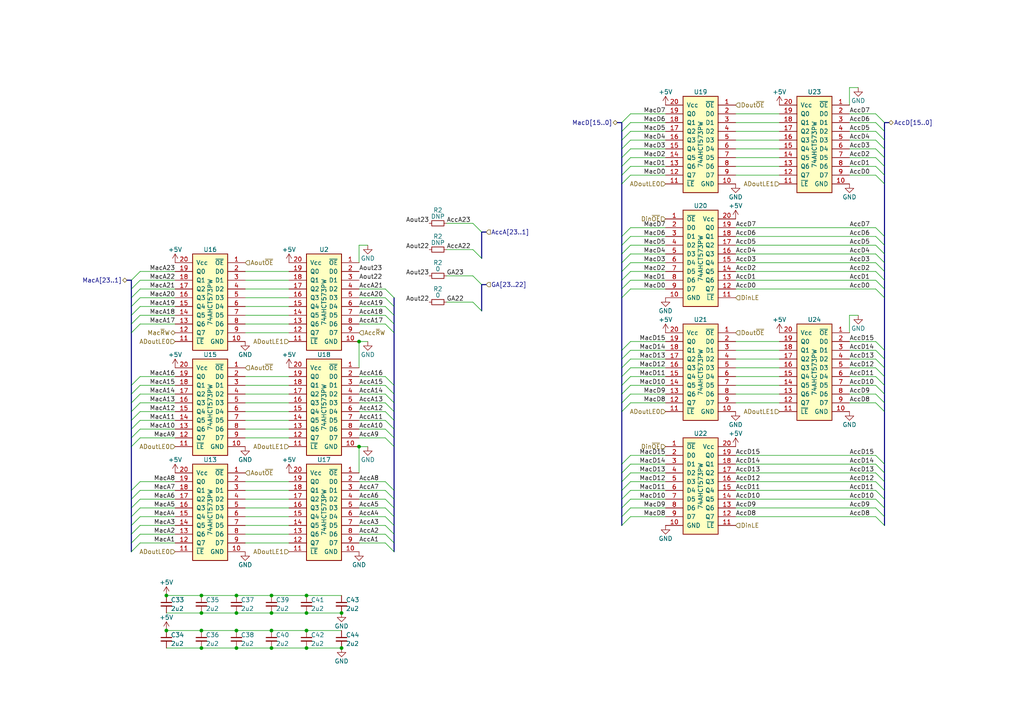
<source format=kicad_sch>
(kicad_sch (version 20230121) (generator eeschema)
  (paper "A4")
  (lib_symbols
    (symbol "Device:C_Small" (pin_numbers hide) (pin_names (offset 0.254) hide)
      (property "Reference" "C" (at 0.254 1.778 0))
      (property "Value" "C_Small" (at 0.254 -2.032 0))
      (symbol "C_Small_0_1"
        (polyline (pts (xy -1.524 -0.508) (xy 1.524 -0.508)) (stroke (width 0.3302)))
        (polyline (pts (xy -1.524 0.508) (xy 1.524 0.508)) (stroke (width 0.3048)))
      )
      (symbol "C_Small_1_1"
        (pin passive line (at 0 2.54 270) (length 2.032) (name "~") (number "1"))
        (pin passive line (at 0 -2.54 90) (length 2.032) (name "~") (number "2"))
      )
    )
    (symbol "Device:R_Small" (pin_numbers hide) (pin_names (offset 0.254) hide)
      (property "Reference" "R" (at 0.762 0.508 0))
      (property "Value" "R_Small" (at 0.762 -1.016 0))
      (symbol "R_Small_0_1"
        (rectangle (start -0.762 1.778) (end 0.762 -1.778) (stroke (width 0.2032)))
      )
      (symbol "R_Small_1_1"
        (pin passive line (at 0 2.54 270) (length 0.762) (name "~") (number "1"))
        (pin passive line (at 0 -2.54 90) (length 0.762) (name "~") (number "2"))
      )
    )
    (symbol "GW_Logic:74573" (pin_names (offset 1.016))
      (property "Reference" "U" (at 0 15.24 0))
      (property "Value" "74573" (at 0 -15.24 0))
      (symbol "74573_0_1"
        (rectangle (start -5.08 13.97) (end 5.08 -13.97) (stroke (width 0.254)) (fill (type background)))
      )
      (symbol "74573_1_1"
        (pin input line (at -10.16 11.43 0) (length 5.08) (name "~{OE}") (number "1"))
        (pin power_in line (at -10.16 -11.43 0) (length 5.08) (name "GND") (number "10"))
        (pin input line (at 10.16 -11.43 180) (length 5.08) (name "~{LE}") (number "11"))
        (pin tri_state line (at 10.16 -8.89 180) (length 5.08) (name "Q7") (number "12"))
        (pin tri_state line (at 10.16 -6.35 180) (length 5.08) (name "Q6") (number "13"))
        (pin tri_state line (at 10.16 -3.81 180) (length 5.08) (name "Q5") (number "14"))
        (pin tri_state line (at 10.16 -1.27 180) (length 5.08) (name "Q4") (number "15"))
        (pin tri_state line (at 10.16 1.27 180) (length 5.08) (name "Q3") (number "16"))
        (pin tri_state line (at 10.16 3.81 180) (length 5.08) (name "Q2") (number "17"))
        (pin tri_state line (at 10.16 6.35 180) (length 5.08) (name "Q1") (number "18"))
        (pin tri_state line (at 10.16 8.89 180) (length 5.08) (name "Q0") (number "19"))
        (pin input line (at -10.16 8.89 0) (length 5.08) (name "D0") (number "2"))
        (pin power_in line (at 10.16 11.43 180) (length 5.08) (name "Vcc") (number "20"))
        (pin input line (at -10.16 6.35 0) (length 5.08) (name "D1") (number "3"))
        (pin input line (at -10.16 3.81 0) (length 5.08) (name "D2") (number "4"))
        (pin input line (at -10.16 1.27 0) (length 5.08) (name "D3") (number "5"))
        (pin input line (at -10.16 -1.27 0) (length 5.08) (name "D4") (number "6"))
        (pin input line (at -10.16 -3.81 0) (length 5.08) (name "D5") (number "7"))
        (pin input line (at -10.16 -6.35 0) (length 5.08) (name "D6") (number "8"))
        (pin input line (at -10.16 -8.89 0) (length 5.08) (name "D7") (number "9"))
      )
    )
    (symbol "power:+5V" (power) (pin_names (offset 0))
      (property "Value" "+5V" (at 0 3.556 0))
      (symbol "+5V_0_1"
        (polyline (pts (xy -0.762 1.27) (xy 0 2.54)))
        (polyline (pts (xy 0 0) (xy 0 2.54)))
        (polyline (pts (xy 0 2.54) (xy 0.762 1.27)))
      )
      (symbol "+5V_1_1"
        (pin power_in line (at 0 0 90) (length 0) hide (name "+5V") (number "1"))
      )
    )
    (symbol "power:GND" (power) (pin_names (offset 0))
      (property "Value" "GND" (at 0 -3.81 0))
      (symbol "GND_0_1"
        (polyline (pts (xy 0 0) (xy 0 -1.27) (xy 1.27 -1.27) (xy 0 -2.54) (xy -1.27 -1.27) (xy 0 -1.27)))
      )
      (symbol "GND_1_1"
        (pin power_in line (at 0 0 270) (length 0) hide (name "GND") (number "1"))
      )
    )
  )
  (junction (at 58.42 182.88))
  (junction (at 78.74 187.96))
  (junction (at 78.74 182.88))
  (junction (at 104.14 129.54))
  (junction (at 78.74 177.8))
  (junction (at 68.58 172.72))
  (junction (at 68.58 187.96))
  (junction (at 99.06 177.8))
  (junction (at 88.9 182.88))
  (junction (at 104.14 99.06))
  (junction (at 48.26 182.88))
  (junction (at 88.9 187.96))
  (junction (at 58.42 177.8))
  (junction (at 99.06 187.96))
  (junction (at 68.58 182.88))
  (junction (at 68.58 177.8))
  (junction (at 58.42 187.96))
  (junction (at 88.9 172.72))
  (junction (at 58.42 172.72))
  (junction (at 48.26 172.72))
  (junction (at 78.74 172.72))
  (junction (at 88.9 177.8))
  (bus_entry (at 254 104.14) (size 2.54 2.54))
  (bus_entry (at 111.76 144.78) (size 2.54 2.54))
  (bus_entry (at 111.76 109.22) (size 2.54 2.54))
  (bus_entry (at 182.88 114.3) (size -2.54 2.54))
  (bus_entry (at 111.76 152.4) (size 2.54 2.54))
  (bus_entry (at 254 99.06) (size 2.54 2.54))
  (bus_entry (at 137.16 64.77) (size 2.54 2.54))
  (bus_entry (at 182.88 50.8) (size -2.54 2.54))
  (bus_entry (at 40.64 121.92) (size -2.54 2.54))
  (bus_entry (at 40.64 86.36) (size -2.54 2.54))
  (bus_entry (at 182.88 66.04) (size -2.54 2.54))
  (bus_entry (at 40.64 88.9) (size -2.54 2.54))
  (bus_entry (at 111.76 88.9) (size 2.54 2.54))
  (bus_entry (at 182.88 137.16) (size -2.54 2.54))
  (bus_entry (at 254 116.84) (size 2.54 2.54))
  (bus_entry (at 182.88 68.58) (size -2.54 2.54))
  (bus_entry (at 182.88 101.6) (size -2.54 2.54))
  (bus_entry (at 111.76 116.84) (size 2.54 2.54))
  (bus_entry (at 40.64 119.38) (size -2.54 2.54))
  (bus_entry (at 254 48.26) (size 2.54 2.54))
  (bus_entry (at 111.76 83.82) (size 2.54 2.54))
  (bus_entry (at 254 45.72) (size 2.54 2.54))
  (bus_entry (at 40.64 142.24) (size -2.54 2.54))
  (bus_entry (at 40.64 124.46) (size -2.54 2.54))
  (bus_entry (at 254 114.3) (size 2.54 2.54))
  (bus_entry (at 40.64 127) (size -2.54 2.54))
  (bus_entry (at 40.64 152.4) (size -2.54 2.54))
  (bus_entry (at 254 50.8) (size 2.54 2.54))
  (bus_entry (at 111.76 142.24) (size 2.54 2.54))
  (bus_entry (at 254 43.18) (size 2.54 2.54))
  (bus_entry (at 40.64 81.28) (size -2.54 2.54))
  (bus_entry (at 182.88 144.78) (size -2.54 2.54))
  (bus_entry (at 254 83.82) (size 2.54 2.54))
  (bus_entry (at 182.88 109.22) (size -2.54 2.54))
  (bus_entry (at 111.76 111.76) (size 2.54 2.54))
  (bus_entry (at 182.88 78.74) (size -2.54 2.54))
  (bus_entry (at 137.16 72.39) (size 2.54 2.54))
  (bus_entry (at 182.88 134.62) (size -2.54 2.54))
  (bus_entry (at 254 73.66) (size 2.54 2.54))
  (bus_entry (at 182.88 83.82) (size -2.54 2.54))
  (bus_entry (at 182.88 43.18) (size -2.54 2.54))
  (bus_entry (at 254 40.64) (size 2.54 2.54))
  (bus_entry (at 111.76 147.32) (size 2.54 2.54))
  (bus_entry (at 254 149.86) (size 2.54 2.54))
  (bus_entry (at 40.64 139.7) (size -2.54 2.54))
  (bus_entry (at 182.88 40.64) (size -2.54 2.54))
  (bus_entry (at 254 68.58) (size 2.54 2.54))
  (bus_entry (at 254 33.02) (size 2.54 2.54))
  (bus_entry (at 111.76 91.44) (size 2.54 2.54))
  (bus_entry (at 182.88 111.76) (size -2.54 2.54))
  (bus_entry (at 182.88 106.68) (size -2.54 2.54))
  (bus_entry (at 182.88 71.12) (size -2.54 2.54))
  (bus_entry (at 254 106.68) (size 2.54 2.54))
  (bus_entry (at 182.88 139.7) (size -2.54 2.54))
  (bus_entry (at 40.64 78.74) (size -2.54 2.54))
  (bus_entry (at 254 142.24) (size 2.54 2.54))
  (bus_entry (at 254 139.7) (size 2.54 2.54))
  (bus_entry (at 254 71.12) (size 2.54 2.54))
  (bus_entry (at 40.64 93.98) (size -2.54 2.54))
  (bus_entry (at 254 78.74) (size 2.54 2.54))
  (bus_entry (at 111.76 127) (size 2.54 2.54))
  (bus_entry (at 111.76 119.38) (size 2.54 2.54))
  (bus_entry (at 182.88 147.32) (size -2.54 2.54))
  (bus_entry (at 111.76 121.92) (size 2.54 2.54))
  (bus_entry (at 254 147.32) (size 2.54 2.54))
  (bus_entry (at 111.76 139.7) (size 2.54 2.54))
  (bus_entry (at 111.76 114.3) (size 2.54 2.54))
  (bus_entry (at 254 66.04) (size 2.54 2.54))
  (bus_entry (at 182.88 116.84) (size -2.54 2.54))
  (bus_entry (at 182.88 48.26) (size -2.54 2.54))
  (bus_entry (at 40.64 109.22) (size -2.54 2.54))
  (bus_entry (at 182.88 33.02) (size -2.54 2.54))
  (bus_entry (at 40.64 114.3) (size -2.54 2.54))
  (bus_entry (at 111.76 149.86) (size 2.54 2.54))
  (bus_entry (at 111.76 154.94) (size 2.54 2.54))
  (bus_entry (at 40.64 111.76) (size -2.54 2.54))
  (bus_entry (at 254 132.08) (size 2.54 2.54))
  (bus_entry (at 40.64 149.86) (size -2.54 2.54))
  (bus_entry (at 182.88 76.2) (size -2.54 2.54))
  (bus_entry (at 182.88 132.08) (size -2.54 2.54))
  (bus_entry (at 137.16 87.63) (size 2.54 2.54))
  (bus_entry (at 254 144.78) (size 2.54 2.54))
  (bus_entry (at 40.64 154.94) (size -2.54 2.54))
  (bus_entry (at 254 35.56) (size 2.54 2.54))
  (bus_entry (at 40.64 157.48) (size -2.54 2.54))
  (bus_entry (at 182.88 104.14) (size -2.54 2.54))
  (bus_entry (at 182.88 45.72) (size -2.54 2.54))
  (bus_entry (at 40.64 83.82) (size -2.54 2.54))
  (bus_entry (at 254 38.1) (size 2.54 2.54))
  (bus_entry (at 111.76 124.46) (size 2.54 2.54))
  (bus_entry (at 137.16 80.01) (size 2.54 2.54))
  (bus_entry (at 254 111.76) (size 2.54 2.54))
  (bus_entry (at 40.64 144.78) (size -2.54 2.54))
  (bus_entry (at 254 109.22) (size 2.54 2.54))
  (bus_entry (at 182.88 149.86) (size -2.54 2.54))
  (bus_entry (at 111.76 86.36) (size 2.54 2.54))
  (bus_entry (at 182.88 99.06) (size -2.54 2.54))
  (bus_entry (at 182.88 38.1) (size -2.54 2.54))
  (bus_entry (at 111.76 157.48) (size 2.54 2.54))
  (bus_entry (at 254 76.2) (size 2.54 2.54))
  (bus_entry (at 254 137.16) (size 2.54 2.54))
  (bus_entry (at 182.88 73.66) (size -2.54 2.54))
  (bus_entry (at 254 101.6) (size 2.54 2.54))
  (bus_entry (at 40.64 116.84) (size -2.54 2.54))
  (bus_entry (at 40.64 147.32) (size -2.54 2.54))
  (bus_entry (at 254 81.28) (size 2.54 2.54))
  (bus_entry (at 40.64 91.44) (size -2.54 2.54))
  (bus_entry (at 111.76 93.98) (size 2.54 2.54))
  (bus_entry (at 182.88 81.28) (size -2.54 2.54))
  (bus_entry (at 182.88 35.56) (size -2.54 2.54))
  (bus_entry (at 254 134.62) (size 2.54 2.54))
  (bus_entry (at 182.88 142.24) (size -2.54 2.54))
  (wire (pts (xy 246.38 38.1) (xy 254 38.1)))
  (wire (pts (xy 48.26 177.8) (xy 58.42 177.8)))
  (bus (pts (xy 256.54 109.22) (xy 256.54 111.76)))
  (wire (pts (xy 71.12 147.32) (xy 83.82 147.32)))
  (wire (pts (xy 182.88 71.12) (xy 193.04 71.12)))
  (wire (pts (xy 50.8 109.22) (xy 40.64 109.22)))
  (wire (pts (xy 71.12 83.82) (xy 83.82 83.82)))
  (wire (pts (xy 50.8 144.78) (xy 40.64 144.78)))
  (wire (pts (xy 88.9 182.88) (xy 99.06 182.88)))
  (wire (pts (xy 213.36 139.7) (xy 254 139.7)))
  (wire (pts (xy 50.8 78.74) (xy 40.64 78.74)))
  (bus (pts (xy 257.81 35.56) (xy 256.54 35.56)))
  (wire (pts (xy 50.8 83.82) (xy 40.64 83.82)))
  (wire (pts (xy 50.8 127) (xy 40.64 127)))
  (bus (pts (xy 256.54 50.8) (xy 256.54 53.34)))
  (bus (pts (xy 114.3 152.4) (xy 114.3 154.94)))
  (wire (pts (xy 104.14 129.54) (xy 106.68 129.54)))
  (wire (pts (xy 213.36 114.3) (xy 226.06 114.3)))
  (wire (pts (xy 213.36 104.14) (xy 226.06 104.14)))
  (wire (pts (xy 246.38 91.44) (xy 248.92 91.44)))
  (bus (pts (xy 38.1 152.4) (xy 38.1 154.94)))
  (bus (pts (xy 180.34 116.84) (xy 180.34 119.38)))
  (bus (pts (xy 180.34 43.18) (xy 180.34 45.72)))
  (wire (pts (xy 182.88 83.82) (xy 193.04 83.82)))
  (wire (pts (xy 50.8 149.86) (xy 40.64 149.86)))
  (wire (pts (xy 71.12 139.7) (xy 83.82 139.7)))
  (bus (pts (xy 256.54 86.36) (xy 256.54 101.6)))
  (wire (pts (xy 48.26 182.88) (xy 58.42 182.88)))
  (bus (pts (xy 139.7 90.17) (xy 139.7 82.55)))
  (bus (pts (xy 180.34 35.56) (xy 180.34 38.1)))
  (wire (pts (xy 71.12 109.22) (xy 83.82 109.22)))
  (bus (pts (xy 256.54 83.82) (xy 256.54 86.36)))
  (bus (pts (xy 256.54 53.34) (xy 256.54 68.58)))
  (wire (pts (xy 213.36 144.78) (xy 254 144.78)))
  (bus (pts (xy 180.34 38.1) (xy 180.34 40.64)))
  (wire (pts (xy 213.36 68.58) (xy 254 68.58)))
  (wire (pts (xy 182.88 38.1) (xy 193.04 38.1)))
  (wire (pts (xy 104.14 91.44) (xy 111.76 91.44)))
  (bus (pts (xy 38.1 119.38) (xy 38.1 121.92)))
  (wire (pts (xy 50.8 111.76) (xy 40.64 111.76)))
  (wire (pts (xy 71.12 121.92) (xy 83.82 121.92)))
  (wire (pts (xy 182.88 144.78) (xy 193.04 144.78)))
  (wire (pts (xy 50.8 91.44) (xy 40.64 91.44)))
  (wire (pts (xy 213.36 45.72) (xy 226.06 45.72)))
  (wire (pts (xy 71.12 119.38) (xy 83.82 119.38)))
  (wire (pts (xy 58.42 187.96) (xy 68.58 187.96)))
  (bus (pts (xy 38.1 83.82) (xy 38.1 86.36)))
  (bus (pts (xy 256.54 144.78) (xy 256.54 147.32)))
  (wire (pts (xy 246.38 111.76) (xy 254 111.76)))
  (bus (pts (xy 38.1 149.86) (xy 38.1 152.4)))
  (bus (pts (xy 114.3 149.86) (xy 114.3 152.4)))
  (bus (pts (xy 114.3 88.9) (xy 114.3 91.44)))
  (wire (pts (xy 48.26 172.72) (xy 58.42 172.72)))
  (wire (pts (xy 213.36 76.2) (xy 254 76.2)))
  (wire (pts (xy 71.12 152.4) (xy 83.82 152.4)))
  (wire (pts (xy 213.36 106.68) (xy 226.06 106.68)))
  (wire (pts (xy 50.8 86.36) (xy 40.64 86.36)))
  (bus (pts (xy 180.34 104.14) (xy 180.34 106.68)))
  (wire (pts (xy 104.14 147.32) (xy 111.76 147.32)))
  (wire (pts (xy 246.38 48.26) (xy 254 48.26)))
  (bus (pts (xy 179.07 35.56) (xy 180.34 35.56)))
  (bus (pts (xy 256.54 68.58) (xy 256.54 71.12)))
  (wire (pts (xy 78.74 172.72) (xy 88.9 172.72)))
  (bus (pts (xy 180.34 48.26) (xy 180.34 50.8)))
  (wire (pts (xy 129.54 80.01) (xy 137.16 80.01)))
  (wire (pts (xy 182.88 76.2) (xy 193.04 76.2)))
  (bus (pts (xy 256.54 137.16) (xy 256.54 139.7)))
  (wire (pts (xy 213.36 99.06) (xy 226.06 99.06)))
  (bus (pts (xy 114.3 96.52) (xy 114.3 111.76)))
  (wire (pts (xy 246.38 45.72) (xy 254 45.72)))
  (wire (pts (xy 104.14 152.4) (xy 111.76 152.4)))
  (bus (pts (xy 180.34 40.64) (xy 180.34 43.18)))
  (wire (pts (xy 182.88 50.8) (xy 193.04 50.8)))
  (wire (pts (xy 182.88 134.62) (xy 193.04 134.62)))
  (wire (pts (xy 129.54 72.39) (xy 137.16 72.39)))
  (wire (pts (xy 213.36 66.04) (xy 254 66.04)))
  (bus (pts (xy 180.34 144.78) (xy 180.34 147.32)))
  (wire (pts (xy 104.14 83.82) (xy 111.76 83.82)))
  (wire (pts (xy 71.12 78.74) (xy 83.82 78.74)))
  (bus (pts (xy 38.1 142.24) (xy 38.1 144.78)))
  (bus (pts (xy 180.34 76.2) (xy 180.34 78.74)))
  (wire (pts (xy 71.12 144.78) (xy 83.82 144.78)))
  (wire (pts (xy 50.8 139.7) (xy 40.64 139.7)))
  (wire (pts (xy 50.8 93.98) (xy 40.64 93.98)))
  (wire (pts (xy 213.36 43.18) (xy 226.06 43.18)))
  (bus (pts (xy 38.1 147.32) (xy 38.1 149.86)))
  (wire (pts (xy 213.36 38.1) (xy 226.06 38.1)))
  (wire (pts (xy 182.88 111.76) (xy 193.04 111.76)))
  (wire (pts (xy 213.36 81.28) (xy 254 81.28)))
  (bus (pts (xy 256.54 45.72) (xy 256.54 48.26)))
  (wire (pts (xy 71.12 93.98) (xy 83.82 93.98)))
  (wire (pts (xy 182.88 137.16) (xy 193.04 137.16)))
  (wire (pts (xy 50.8 114.3) (xy 40.64 114.3)))
  (bus (pts (xy 114.3 127) (xy 114.3 129.54)))
  (wire (pts (xy 104.14 93.98) (xy 111.76 93.98)))
  (bus (pts (xy 256.54 76.2) (xy 256.54 78.74)))
  (wire (pts (xy 213.36 48.26) (xy 226.06 48.26)))
  (bus (pts (xy 256.54 134.62) (xy 256.54 137.16)))
  (wire (pts (xy 104.14 86.36) (xy 111.76 86.36)))
  (bus (pts (xy 139.7 67.31) (xy 140.97 67.31)))
  (wire (pts (xy 104.14 116.84) (xy 111.76 116.84)))
  (bus (pts (xy 114.3 114.3) (xy 114.3 116.84)))
  (wire (pts (xy 213.36 78.74) (xy 254 78.74)))
  (wire (pts (xy 58.42 172.72) (xy 68.58 172.72)))
  (bus (pts (xy 114.3 142.24) (xy 114.3 144.78)))
  (wire (pts (xy 246.38 25.4) (xy 248.92 25.4)))
  (bus (pts (xy 180.34 114.3) (xy 180.34 116.84)))
  (wire (pts (xy 182.88 43.18) (xy 193.04 43.18)))
  (wire (pts (xy 246.38 99.06) (xy 254 99.06)))
  (bus (pts (xy 38.1 157.48) (xy 38.1 160.02)))
  (wire (pts (xy 104.14 157.48) (xy 111.76 157.48)))
  (wire (pts (xy 129.54 87.63) (xy 137.16 87.63)))
  (bus (pts (xy 114.3 121.92) (xy 114.3 124.46)))
  (bus (pts (xy 180.34 137.16) (xy 180.34 139.7)))
  (bus (pts (xy 139.7 74.93) (xy 139.7 67.31)))
  (bus (pts (xy 38.1 144.78) (xy 38.1 147.32)))
  (bus (pts (xy 38.1 154.94) (xy 38.1 157.48)))
  (wire (pts (xy 50.8 88.9) (xy 40.64 88.9)))
  (wire (pts (xy 104.14 129.54) (xy 104.14 137.16)))
  (wire (pts (xy 213.36 109.22) (xy 226.06 109.22)))
  (wire (pts (xy 246.38 109.22) (xy 254 109.22)))
  (bus (pts (xy 256.54 78.74) (xy 256.54 81.28)))
  (bus (pts (xy 180.34 139.7) (xy 180.34 142.24)))
  (bus (pts (xy 38.1 93.98) (xy 38.1 96.52)))
  (wire (pts (xy 58.42 182.88) (xy 68.58 182.88)))
  (bus (pts (xy 38.1 111.76) (xy 38.1 114.3)))
  (bus (pts (xy 180.34 106.68) (xy 180.34 109.22)))
  (wire (pts (xy 104.14 139.7) (xy 111.76 139.7)))
  (wire (pts (xy 88.9 177.8) (xy 99.06 177.8)))
  (bus (pts (xy 180.34 68.58) (xy 180.34 71.12)))
  (wire (pts (xy 213.36 142.24) (xy 254 142.24)))
  (wire (pts (xy 50.8 157.48) (xy 40.64 157.48)))
  (bus (pts (xy 256.54 119.38) (xy 256.54 134.62)))
  (bus (pts (xy 38.1 96.52) (xy 38.1 111.76)))
  (bus (pts (xy 114.3 147.32) (xy 114.3 149.86)))
  (wire (pts (xy 68.58 187.96) (xy 78.74 187.96)))
  (bus (pts (xy 256.54 139.7) (xy 256.54 142.24)))
  (bus (pts (xy 139.7 82.55) (xy 140.97 82.55)))
  (wire (pts (xy 71.12 142.24) (xy 83.82 142.24)))
  (wire (pts (xy 246.38 106.68) (xy 254 106.68)))
  (wire (pts (xy 104.14 119.38) (xy 111.76 119.38)))
  (bus (pts (xy 38.1 124.46) (xy 38.1 127)))
  (wire (pts (xy 71.12 114.3) (xy 83.82 114.3)))
  (wire (pts (xy 182.88 106.68) (xy 193.04 106.68)))
  (wire (pts (xy 246.38 33.02) (xy 254 33.02)))
  (wire (pts (xy 71.12 91.44) (xy 83.82 91.44)))
  (wire (pts (xy 50.8 142.24) (xy 40.64 142.24)))
  (bus (pts (xy 38.1 116.84) (xy 38.1 119.38)))
  (bus (pts (xy 256.54 35.56) (xy 256.54 38.1)))
  (bus (pts (xy 256.54 71.12) (xy 256.54 73.66)))
  (wire (pts (xy 50.8 121.92) (xy 40.64 121.92)))
  (bus (pts (xy 38.1 86.36) (xy 38.1 88.9)))
  (bus (pts (xy 114.3 86.36) (xy 114.3 88.9)))
  (bus (pts (xy 180.34 111.76) (xy 180.34 114.3)))
  (wire (pts (xy 182.88 142.24) (xy 193.04 142.24)))
  (wire (pts (xy 104.14 121.92) (xy 111.76 121.92)))
  (wire (pts (xy 104.14 149.86) (xy 111.76 149.86)))
  (wire (pts (xy 71.12 111.76) (xy 83.82 111.76)))
  (bus (pts (xy 256.54 106.68) (xy 256.54 109.22)))
  (wire (pts (xy 182.88 33.02) (xy 193.04 33.02)))
  (bus (pts (xy 114.3 119.38) (xy 114.3 121.92)))
  (bus (pts (xy 38.1 114.3) (xy 38.1 116.84)))
  (wire (pts (xy 213.36 50.8) (xy 226.06 50.8)))
  (bus (pts (xy 180.34 81.28) (xy 180.34 83.82)))
  (bus (pts (xy 256.54 73.66) (xy 256.54 76.2)))
  (wire (pts (xy 106.68 71.12) (xy 104.14 71.12)))
  (wire (pts (xy 182.88 114.3) (xy 193.04 114.3)))
  (wire (pts (xy 182.88 139.7) (xy 193.04 139.7)))
  (wire (pts (xy 71.12 81.28) (xy 83.82 81.28)))
  (wire (pts (xy 78.74 187.96) (xy 88.9 187.96)))
  (wire (pts (xy 213.36 33.02) (xy 226.06 33.02)))
  (wire (pts (xy 71.12 157.48) (xy 83.82 157.48)))
  (bus (pts (xy 180.34 119.38) (xy 180.34 134.62)))
  (bus (pts (xy 180.34 109.22) (xy 180.34 111.76)))
  (wire (pts (xy 182.88 48.26) (xy 193.04 48.26)))
  (bus (pts (xy 36.83 81.28) (xy 38.1 81.28)))
  (bus (pts (xy 256.54 114.3) (xy 256.54 116.84)))
  (wire (pts (xy 50.8 147.32) (xy 40.64 147.32)))
  (wire (pts (xy 71.12 86.36) (xy 83.82 86.36)))
  (wire (pts (xy 213.36 147.32) (xy 254 147.32)))
  (wire (pts (xy 213.36 116.84) (xy 226.06 116.84)))
  (wire (pts (xy 104.14 76.2) (xy 104.14 71.12)))
  (wire (pts (xy 50.8 116.84) (xy 40.64 116.84)))
  (bus (pts (xy 114.3 116.84) (xy 114.3 119.38)))
  (wire (pts (xy 182.88 68.58) (xy 193.04 68.58)))
  (wire (pts (xy 78.74 182.88) (xy 88.9 182.88)))
  (wire (pts (xy 213.36 132.08) (xy 254 132.08)))
  (wire (pts (xy 104.14 124.46) (xy 111.76 124.46)))
  (bus (pts (xy 180.34 142.24) (xy 180.34 144.78)))
  (wire (pts (xy 104.14 144.78) (xy 111.76 144.78)))
  (wire (pts (xy 104.14 142.24) (xy 111.76 142.24)))
  (wire (pts (xy 104.14 154.94) (xy 111.76 154.94)))
  (wire (pts (xy 246.38 50.8) (xy 254 50.8)))
  (bus (pts (xy 114.3 144.78) (xy 114.3 147.32)))
  (wire (pts (xy 213.36 137.16) (xy 254 137.16)))
  (bus (pts (xy 38.1 129.54) (xy 38.1 142.24)))
  (bus (pts (xy 114.3 111.76) (xy 114.3 114.3)))
  (wire (pts (xy 88.9 187.96) (xy 99.06 187.96)))
  (wire (pts (xy 104.14 106.68) (xy 104.14 99.06)))
  (wire (pts (xy 246.38 40.64) (xy 254 40.64)))
  (wire (pts (xy 182.88 109.22) (xy 193.04 109.22)))
  (wire (pts (xy 78.74 177.8) (xy 88.9 177.8)))
  (wire (pts (xy 213.36 35.56) (xy 226.06 35.56)))
  (wire (pts (xy 104.14 88.9) (xy 111.76 88.9)))
  (bus (pts (xy 180.34 149.86) (xy 180.34 152.4)))
  (wire (pts (xy 246.38 35.56) (xy 254 35.56)))
  (wire (pts (xy 50.8 119.38) (xy 40.64 119.38)))
  (wire (pts (xy 129.54 64.77) (xy 137.16 64.77)))
  (wire (pts (xy 182.88 99.06) (xy 193.04 99.06)))
  (wire (pts (xy 106.68 99.06) (xy 104.14 99.06)))
  (wire (pts (xy 71.12 149.86) (xy 83.82 149.86)))
  (bus (pts (xy 180.34 134.62) (xy 180.34 137.16)))
  (wire (pts (xy 71.12 96.52) (xy 83.82 96.52)))
  (wire (pts (xy 71.12 88.9) (xy 83.82 88.9)))
  (bus (pts (xy 38.1 81.28) (xy 38.1 83.82)))
  (wire (pts (xy 182.88 81.28) (xy 193.04 81.28)))
  (wire (pts (xy 246.38 116.84) (xy 254 116.84)))
  (bus (pts (xy 38.1 121.92) (xy 38.1 124.46)))
  (bus (pts (xy 180.34 73.66) (xy 180.34 76.2)))
  (bus (pts (xy 256.54 38.1) (xy 256.54 40.64)))
  (bus (pts (xy 256.54 111.76) (xy 256.54 114.3)))
  (bus (pts (xy 180.34 86.36) (xy 180.34 101.6)))
  (bus (pts (xy 180.34 53.34) (xy 180.34 68.58)))
  (wire (pts (xy 213.36 134.62) (xy 254 134.62)))
  (wire (pts (xy 182.88 35.56) (xy 193.04 35.56)))
  (bus (pts (xy 38.1 127) (xy 38.1 129.54)))
  (wire (pts (xy 182.88 147.32) (xy 193.04 147.32)))
  (wire (pts (xy 71.12 154.94) (xy 83.82 154.94)))
  (wire (pts (xy 50.8 154.94) (xy 40.64 154.94)))
  (bus (pts (xy 180.34 101.6) (xy 180.34 104.14)))
  (wire (pts (xy 182.88 149.86) (xy 193.04 149.86)))
  (bus (pts (xy 256.54 43.18) (xy 256.54 45.72)))
  (bus (pts (xy 180.34 45.72) (xy 180.34 48.26)))
  (bus (pts (xy 256.54 48.26) (xy 256.54 50.8)))
  (bus (pts (xy 256.54 104.14) (xy 256.54 106.68)))
  (wire (pts (xy 213.36 83.82) (xy 254 83.82)))
  (bus (pts (xy 256.54 40.64) (xy 256.54 43.18)))
  (wire (pts (xy 182.88 40.64) (xy 193.04 40.64)))
  (wire (pts (xy 213.36 101.6) (xy 226.06 101.6)))
  (wire (pts (xy 50.8 152.4) (xy 40.64 152.4)))
  (bus (pts (xy 256.54 149.86) (xy 256.54 152.4)))
  (bus (pts (xy 114.3 154.94) (xy 114.3 157.48)))
  (bus (pts (xy 180.34 50.8) (xy 180.34 53.34)))
  (wire (pts (xy 48.26 187.96) (xy 58.42 187.96)))
  (bus (pts (xy 114.3 129.54) (xy 114.3 142.24)))
  (wire (pts (xy 50.8 124.46) (xy 40.64 124.46)))
  (wire (pts (xy 213.36 111.76) (xy 226.06 111.76)))
  (bus (pts (xy 180.34 147.32) (xy 180.34 149.86)))
  (wire (pts (xy 68.58 182.88) (xy 78.74 182.88)))
  (wire (pts (xy 246.38 104.14) (xy 254 104.14)))
  (wire (pts (xy 182.88 104.14) (xy 193.04 104.14)))
  (wire (pts (xy 50.8 81.28) (xy 40.64 81.28)))
  (bus (pts (xy 180.34 83.82) (xy 180.34 86.36)))
  (wire (pts (xy 104.14 109.22) (xy 111.76 109.22)))
  (wire (pts (xy 182.88 78.74) (xy 193.04 78.74)))
  (wire (pts (xy 104.14 111.76) (xy 111.76 111.76)))
  (bus (pts (xy 256.54 81.28) (xy 256.54 83.82)))
  (bus (pts (xy 256.54 116.84) (xy 256.54 119.38)))
  (bus (pts (xy 114.3 124.46) (xy 114.3 127)))
  (wire (pts (xy 71.12 127) (xy 83.82 127)))
  (wire (pts (xy 182.88 45.72) (xy 193.04 45.72)))
  (wire (pts (xy 246.38 91.44) (xy 246.38 96.52)))
  (bus (pts (xy 180.34 78.74) (xy 180.34 81.28)))
  (wire (pts (xy 182.88 132.08) (xy 193.04 132.08)))
  (bus (pts (xy 256.54 101.6) (xy 256.54 104.14)))
  (wire (pts (xy 246.38 43.18) (xy 254 43.18)))
  (bus (pts (xy 256.54 142.24) (xy 256.54 144.78)))
  (bus (pts (xy 256.54 147.32) (xy 256.54 149.86)))
  (wire (pts (xy 71.12 116.84) (xy 83.82 116.84)))
  (wire (pts (xy 182.88 73.66) (xy 193.04 73.66)))
  (wire (pts (xy 58.42 177.8) (xy 68.58 177.8)))
  (bus (pts (xy 180.34 71.12) (xy 180.34 73.66)))
  (wire (pts (xy 71.12 124.46) (xy 83.82 124.46)))
  (wire (pts (xy 68.58 177.8) (xy 78.74 177.8)))
  (wire (pts (xy 213.36 71.12) (xy 254 71.12)))
  (wire (pts (xy 182.88 66.04) (xy 193.04 66.04)))
  (wire (pts (xy 88.9 172.72) (xy 99.06 172.72)))
  (bus (pts (xy 38.1 91.44) (xy 38.1 93.98)))
  (wire (pts (xy 246.38 25.4) (xy 246.38 30.48)))
  (bus (pts (xy 114.3 91.44) (xy 114.3 93.98)))
  (wire (pts (xy 213.36 73.66) (xy 254 73.66)))
  (wire (pts (xy 246.38 101.6) (xy 254 101.6)))
  (bus (pts (xy 114.3 93.98) (xy 114.3 96.52)))
  (wire (pts (xy 213.36 149.86) (xy 254 149.86)))
  (bus (pts (xy 114.3 157.48) (xy 114.3 160.02)))
  (wire (pts (xy 104.14 114.3) (xy 111.76 114.3)))
  (wire (pts (xy 182.88 116.84) (xy 193.04 116.84)))
  (wire (pts (xy 182.88 101.6) (xy 193.04 101.6)))
  (wire (pts (xy 213.36 40.64) (xy 226.06 40.64)))
  (wire (pts (xy 104.14 127) (xy 111.76 127)))
  (bus (pts (xy 38.1 88.9) (xy 38.1 91.44)))
  (wire (pts (xy 246.38 114.3) (xy 254 114.3)))
  (wire (pts (xy 68.58 172.72) (xy 78.74 172.72)))
  (label "AccA18" (at 104.14 91.44 0))
  (label "MacA18" (at 50.8 91.44 180))
  (label "MacD3" (at 193.04 76.2 180))
  (label "AccD13" (at 246.38 137.16 0))
  (label "AccD15" (at 213.36 132.08 0))
  (label "MacD14" (at 193.04 101.6 180))
  (label "AccA10" (at 104.14 124.46 0))
  (label "MacA13" (at 50.8 116.84 180))
  (label "MacA5" (at 50.8 147.32 180))
  (label "MacA21" (at 50.8 83.82 180))
  (label "AccD8" (at 246.38 149.86 0))
  (label "AccA14" (at 104.14 114.3 0))
  (label "AccD11" (at 246.38 142.24 0))
  (label "MacA1" (at 50.8 157.48 180))
  (label "AccD13" (at 213.36 137.16 0))
  (label "MacA17" (at 50.8 93.98 180))
  (label "MacA2" (at 50.8 154.94 180))
  (label "MacA12" (at 50.8 119.38 180))
  (label "MacD14" (at 193.04 134.62 180))
  (label "AccD13" (at 246.38 104.14 0))
  (label "AccD14" (at 246.38 134.62 0))
  (label "AccD4" (at 246.38 73.66 0))
  (label "AccD5" (at 246.38 71.12 0))
  (label "AccD10" (at 246.38 144.78 0))
  (label "AccD0" (at 213.36 83.82 0))
  (label "AccD7" (at 246.38 33.02 0))
  (label "AccD12" (at 246.38 139.7 0))
  (label "AccA4" (at 104.14 149.86 0))
  (label "MacD2" (at 193.04 78.74 180))
  (label "AccD0" (at 246.38 50.8 0))
  (label "MacA23" (at 50.8 78.74 180))
  (label "AccA16" (at 104.14 109.22 0))
  (label "MacD4" (at 193.04 40.64 180))
  (label "AccD9" (at 213.36 147.32 0))
  (label "MacA14" (at 50.8 114.3 180))
  (label "MacA16" (at 50.8 109.22 180))
  (label "AccD11" (at 246.38 109.22 0))
  (label "AccD6" (at 246.38 68.58 0))
  (label "MacD0" (at 193.04 83.82 180))
  (label "MacD15" (at 193.04 132.08 180))
  (label "MacA10" (at 50.8 124.46 180))
  (label "GA22" (at 129.54 87.63 0))
  (label "AccD1" (at 213.36 81.28 0))
  (label "MacD13" (at 193.04 104.14 180))
  (label "AccA8" (at 104.14 139.7 0))
  (label "AccA15" (at 104.14 111.76 0))
  (label "AccD9" (at 246.38 147.32 0))
  (label "MacD12" (at 193.04 106.68 180))
  (label "MacA11" (at 50.8 121.92 180))
  (label "AccA17" (at 104.14 93.98 0))
  (label "Aout23" (at 104.14 78.74 0))
  (label "AccD2" (at 246.38 78.74 0))
  (label "MacA15" (at 50.8 111.76 180))
  (label "AccA20" (at 104.14 86.36 0))
  (label "MacD5" (at 193.04 71.12 180))
  (label "MacD10" (at 193.04 111.76 180))
  (label "AccA23" (at 129.54 64.77 0))
  (label "MacD6" (at 193.04 35.56 180))
  (label "AccA19" (at 104.14 88.9 0))
  (label "AccA11" (at 104.14 121.92 0))
  (label "AccD8" (at 246.38 116.84 0))
  (label "MacD1" (at 193.04 48.26 180))
  (label "MacA3" (at 50.8 152.4 180))
  (label "MacD9" (at 193.04 114.3 180))
  (label "AccD7" (at 246.38 66.04 0))
  (label "AccD8" (at 213.36 149.86 0))
  (label "MacA22" (at 50.8 81.28 180))
  (label "MacD0" (at 193.04 50.8 180))
  (label "AccD7" (at 213.36 66.04 0))
  (label "AccD2" (at 213.36 78.74 0))
  (label "AccD3" (at 213.36 76.2 0))
  (label "MacD12" (at 193.04 139.7 180))
  (label "MacD11" (at 193.04 142.24 180))
  (label "AccD1" (at 246.38 81.28 0))
  (label "AccA5" (at 104.14 147.32 0))
  (label "AccD6" (at 213.36 68.58 0))
  (label "AccD4" (at 246.38 40.64 0))
  (label "MacD10" (at 193.04 144.78 180))
  (label "AccD3" (at 246.38 43.18 0))
  (label "AccD1" (at 246.38 48.26 0))
  (label "AccD5" (at 213.36 71.12 0))
  (label "AccD15" (at 246.38 99.06 0))
  (label "AccD2" (at 246.38 45.72 0))
  (label "AccD11" (at 213.36 142.24 0))
  (label "MacD8" (at 193.04 116.84 180))
  (label "AccD15" (at 246.38 132.08 0))
  (label "MacD7" (at 193.04 33.02 180))
  (label "Aout23" (at 124.46 80.01 180))
  (label "MacD5" (at 193.04 38.1 180))
  (label "AccA9" (at 104.14 127 0))
  (label "AccD4" (at 213.36 73.66 0))
  (label "AccD9" (at 246.38 114.3 0))
  (label "MacD13" (at 193.04 137.16 180))
  (label "AccA1" (at 104.14 157.48 0))
  (label "MacD4" (at 193.04 73.66 180))
  (label "AccA7" (at 104.14 142.24 0))
  (label "AccA2" (at 104.14 154.94 0))
  (label "AccA21" (at 104.14 83.82 0))
  (label "MacA4" (at 50.8 149.86 180))
  (label "AccD10" (at 213.36 144.78 0))
  (label "MacD2" (at 193.04 45.72 180))
  (label "MacD11" (at 193.04 109.22 180))
  (label "MacD9" (at 193.04 147.32 180))
  (label "AccD12" (at 213.36 139.7 0))
  (label "MacD8" (at 193.04 149.86 180))
  (label "Aout22" (at 104.14 81.28 0))
  (label "GA23" (at 129.54 80.01 0))
  (label "AccD3" (at 246.38 76.2 0))
  (label "AccD10" (at 246.38 111.76 0))
  (label "MacD3" (at 193.04 43.18 180))
  (label "MacA19" (at 50.8 88.9 180))
  (label "AccA12" (at 104.14 119.38 0))
  (label "AccD14" (at 213.36 134.62 0))
  (label "AccD6" (at 246.38 35.56 0))
  (label "MacA6" (at 50.8 144.78 180))
  (label "MacA8" (at 50.8 139.7 180))
  (label "MacD1" (at 193.04 81.28 180))
  (label "MacA9" (at 50.8 127 180))
  (label "AccA22" (at 129.54 72.39 0))
  (label "MacD6" (at 193.04 68.58 180))
  (label "MacA20" (at 50.8 86.36 180))
  (label "Aout23" (at 124.46 64.77 180))
  (label "MacA7" (at 50.8 142.24 180))
  (label "AccD14" (at 246.38 101.6 0))
  (label "AccD12" (at 246.38 106.68 0))
  (label "AccD5" (at 246.38 38.1 0))
  (label "MacD7" (at 193.04 66.04 180))
  (label "AccA6" (at 104.14 144.78 0))
  (label "AccD0" (at 246.38 83.82 0))
  (label "Aout22" (at 124.46 87.63 180))
  (label "AccA3" (at 104.14 152.4 0))
  (label "Aout22" (at 124.46 72.39 180))
  (label "MacD15" (at 193.04 99.06 180))
  (label "AccA13" (at 104.14 116.84 0))
  (hierarchical_label "ADoutLE0" (shape input) (at 50.8 160.02 180))
  (hierarchical_label "ADoutLE1" (shape input) (at 83.82 160.02 180))
  (hierarchical_label "ADoutLE0" (shape input) (at 50.8 129.54 180))
  (hierarchical_label "AccA[23..1]" (shape input) (at 140.97 67.31 0))
  (hierarchical_label "ADoutLE0" (shape input) (at 193.04 119.38 180))
  (hierarchical_label "Mac~{R}W" (shape tri_state) (at 50.8 96.52 180))
  (hierarchical_label "ADoutLE1" (shape input) (at 83.82 99.06 180))
  (hierarchical_label "GA[23..22]" (shape input) (at 140.97 82.55 0))
  (hierarchical_label "Dout~{OE}" (shape input) (at 213.36 30.48 0))
  (hierarchical_label "ADoutLE1" (shape input) (at 226.06 119.38 180))
  (hierarchical_label "Din~{OE}" (shape input) (at 193.04 63.5 180))
  (hierarchical_label "DinLE" (shape input) (at 213.36 152.4 0))
  (hierarchical_label "Aout~{OE}" (shape input) (at 71.12 76.2 0))
  (hierarchical_label "Acc~{R}W" (shape input) (at 104.14 96.52 0))
  (hierarchical_label "ADoutLE0" (shape input) (at 50.8 99.06 180))
  (hierarchical_label "Aout~{OE}" (shape input) (at 71.12 106.68 0))
  (hierarchical_label "Aout~{OE}" (shape input) (at 71.12 137.16 0))
  (hierarchical_label "MacD[15..0]" (shape bidirectional) (at 179.07 35.56 180))
  (hierarchical_label "Din~{OE}" (shape input) (at 193.04 129.54 180))
  (hierarchical_label "MacA[23..1]" (shape tri_state) (at 36.83 81.28 180))
  (hierarchical_label "Dout~{OE}" (shape input) (at 213.36 96.52 0))
  (hierarchical_label "ADoutLE0" (shape input) (at 193.04 53.34 180))
  (hierarchical_label "DinLE" (shape input) (at 213.36 86.36 0))
  (hierarchical_label "ADoutLE1" (shape input) (at 83.82 129.54 180))
  (hierarchical_label "ADoutLE1" (shape input) (at 226.06 53.34 180))
  (hierarchical_label "AccD[15..0]" (shape bidirectional) (at 257.81 35.56 0))
  (symbol (lib_id "GW_Logic:74573") (at 60.96 148.59 0) (mirror y) (unit 1)
    (property "Reference" "U13" (at 60.96 133.35 0))
    (property "Value" "74AHCT573PW" (at 60.96 148.59 90))
    (property "Footprint" "stdpads:TSSOP-20_4.4x6.5mm_P0.65mm" (effects hide))
    (property "LCSC Part" "C141311" (effects hide))
  )
  (symbol (lib_id "GW_Logic:74573") (at 60.96 118.11 0) (mirror y) (unit 1)
    (property "Reference" "U15" (at 60.96 102.87 0))
    (property "Value" "74AHCT573PW" (at 60.96 118.11 90))
    (property "Footprint" "stdpads:TSSOP-20_4.4x6.5mm_P0.65mm" (effects hide))
    (property "LCSC Part" "C141311" (effects hide))
  )
  (symbol (lib_id "power:GND") (at 71.12 160.02 0) (unit 1)
    (property "Reference" "#PWR0166" (effects hide))
    (property "Value" "GND" (at 71.12 163.83 0))
  )
  (symbol (lib_id "power:GND") (at 71.12 129.54 0) (unit 1)
    (property "Reference" "#PWR0167" (effects hide))
    (property "Value" "GND" (at 71.12 133.35 0))
  )
  (symbol (lib_id "GW_Logic:74573") (at 203.2 41.91 0) (mirror y) (unit 1)
    (property "Reference" "U19" (at 203.2 26.67 0))
    (property "Value" "74AHCT573PW" (at 203.2 41.91 90))
    (property "Footprint" "stdpads:TSSOP-20_4.4x6.5mm_P0.65mm" (effects hide))
    (property "LCSC Part" "C141311" (effects hide))
  )
  (symbol (lib_id "GW_Logic:74573") (at 203.2 74.93 0) (unit 1)
    (property "Reference" "U20" (at 203.2 59.69 0))
    (property "Value" "74AHCT573PW" (at 203.2 74.93 90))
    (property "Footprint" "stdpads:TSSOP-20_4.4x6.5mm_P0.65mm" (effects hide))
    (property "LCSC Part" "C141311" (effects hide))
  )
  (symbol (lib_id "power:GND") (at 193.04 86.36 0) (mirror y) (unit 1)
    (property "Reference" "#PWR0169" (effects hide))
    (property "Value" "GND" (at 193.04 90.17 0))
  )
  (symbol (lib_id "power:GND") (at 213.36 53.34 0) (unit 1)
    (property "Reference" "#PWR0168" (effects hide))
    (property "Value" "GND" (at 213.36 57.15 0))
  )
  (symbol (lib_id "GW_Logic:74573") (at 203.2 107.95 0) (mirror y) (unit 1)
    (property "Reference" "U21" (at 203.2 92.71 0))
    (property "Value" "74AHCT573PW" (at 203.2 107.95 90))
    (property "Footprint" "stdpads:TSSOP-20_4.4x6.5mm_P0.65mm" (effects hide))
    (property "LCSC Part" "C141311" (effects hide))
  )
  (symbol (lib_id "power:GND") (at 213.36 119.38 0) (unit 1)
    (property "Reference" "#PWR0181" (effects hide))
    (property "Value" "GND" (at 213.36 123.19 0))
  )
  (symbol (lib_id "GW_Logic:74573") (at 203.2 140.97 0) (unit 1)
    (property "Reference" "U22" (at 203.2 125.73 0))
    (property "Value" "74AHCT573PW" (at 203.2 140.97 90))
    (property "Footprint" "stdpads:TSSOP-20_4.4x6.5mm_P0.65mm" (effects hide))
    (property "LCSC Part" "C141311" (effects hide))
  )
  (symbol (lib_id "power:GND") (at 193.04 152.4 0) (mirror y) (unit 1)
    (property "Reference" "#PWR0170" (effects hide))
    (property "Value" "GND" (at 193.04 156.21 0))
  )
  (symbol (lib_id "GW_Logic:74573") (at 60.96 87.63 0) (mirror y) (unit 1)
    (property "Reference" "U16" (at 60.96 72.39 0))
    (property "Value" "74AHCT573PW" (at 60.96 87.63 90))
    (property "Footprint" "stdpads:TSSOP-20_4.4x6.5mm_P0.65mm" (effects hide))
    (property "LCSC Part" "C141311" (effects hide))
  )
  (symbol (lib_id "power:GND") (at 71.12 99.06 0) (unit 1)
    (property "Reference" "#PWR0171" (effects hide))
    (property "Value" "GND" (at 71.12 102.87 0))
  )
  (symbol (lib_id "GW_Logic:74573") (at 93.98 87.63 0) (mirror y) (unit 1)
    (property "Reference" "U2" (at 93.98 72.39 0))
    (property "Value" "74AHCT573PW" (at 93.98 87.63 90))
    (property "Footprint" "stdpads:TSSOP-20_4.4x6.5mm_P0.65mm" (effects hide))
    (property "LCSC Part" "C141311" (effects hide))
  )
  (symbol (lib_id "power:GND") (at 106.68 99.06 0) (unit 1)
    (property "Reference" "#PWR0106" (effects hide))
    (property "Value" "GND" (at 106.68 102.87 0))
  )
  (symbol (lib_id "power:+5V") (at 83.82 76.2 0) (unit 1)
    (property "Reference" "#PWR0107" (effects hide))
    (property "Value" "+5V" (at 83.82 72.39 0))
  )
  (symbol (lib_id "Device:C_Small") (at 58.42 185.42 0) (unit 1)
    (property "Reference" "C36" (at 59.69 184.15 0) (effects (justify left)))
    (property "Value" "2u2" (at 59.69 186.69 0) (effects (justify left)))
    (property "Footprint" "stdpads:C_0603" (effects hide))
    (property "LCSC Part" "C23630" (effects hide))
  )
  (symbol (lib_id "Device:C_Small") (at 68.58 185.42 0) (unit 1)
    (property "Reference" "C38" (at 69.85 184.15 0) (effects (justify left)))
    (property "Value" "2u2" (at 69.85 186.69 0) (effects (justify left)))
    (property "Footprint" "stdpads:C_0603" (effects hide))
    (property "LCSC Part" "C23630" (effects hide))
  )
  (symbol (lib_id "Device:C_Small") (at 78.74 185.42 0) (unit 1)
    (property "Reference" "C40" (at 80.01 184.15 0) (effects (justify left)))
    (property "Value" "2u2" (at 80.01 186.69 0) (effects (justify left)))
    (property "Footprint" "stdpads:C_0603" (effects hide))
    (property "LCSC Part" "C23630" (effects hide))
  )
  (symbol (lib_id "Device:C_Small") (at 48.26 185.42 0) (unit 1)
    (property "Reference" "C34" (at 49.53 184.15 0) (effects (justify left)))
    (property "Value" "2u2" (at 49.53 186.69 0) (effects (justify left)))
    (property "Footprint" "stdpads:C_0603" (effects hide))
    (property "LCSC Part" "C23630" (effects hide))
  )
  (symbol (lib_id "Device:C_Small") (at 99.06 185.42 0) (unit 1)
    (property "Reference" "C44" (at 100.33 184.15 0) (effects (justify left)))
    (property "Value" "2u2" (at 100.33 186.69 0) (effects (justify left)))
    (property "Footprint" "stdpads:C_0603" (effects hide))
    (property "LCSC Part" "C23630" (effects hide))
  )
  (symbol (lib_id "Device:C_Small") (at 88.9 185.42 0) (unit 1)
    (property "Reference" "C42" (at 90.17 184.15 0) (effects (justify left)))
    (property "Value" "2u2" (at 90.17 186.69 0) (effects (justify left)))
    (property "Footprint" "stdpads:C_0603" (effects hide))
    (property "LCSC Part" "C23630" (effects hide))
  )
  (symbol (lib_id "power:GND") (at 99.06 187.96 0) (mirror y) (unit 1)
    (property "Reference" "#PWR0173" (effects hide))
    (property "Value" "GND" (at 99.06 191.77 0))
  )
  (symbol (lib_id "power:+5V") (at 50.8 137.16 0) (unit 1)
    (property "Reference" "#PWR0174" (effects hide))
    (property "Value" "+5V" (at 50.8 133.35 0))
  )
  (symbol (lib_id "power:+5V") (at 50.8 106.68 0) (unit 1)
    (property "Reference" "#PWR0175" (effects hide))
    (property "Value" "+5V" (at 50.8 102.87 0))
  )
  (symbol (lib_id "power:+5V") (at 50.8 76.2 0) (unit 1)
    (property "Reference" "#PWR0176" (effects hide))
    (property "Value" "+5V" (at 50.8 72.39 0))
  )
  (symbol (lib_id "power:+5V") (at 213.36 129.54 0) (unit 1)
    (property "Reference" "#PWR0177" (effects hide))
    (property "Value" "+5V" (at 213.36 125.73 0))
  )
  (symbol (lib_id "GW_Logic:74573") (at 93.98 148.59 0) (mirror y) (unit 1)
    (property "Reference" "U17" (at 93.98 133.35 0))
    (property "Value" "74AHCT573PW" (at 93.98 148.59 90))
    (property "Footprint" "stdpads:TSSOP-20_4.4x6.5mm_P0.65mm" (effects hide))
    (property "LCSC Part" "C141311" (effects hide))
  )
  (symbol (lib_id "GW_Logic:74573") (at 93.98 118.11 0) (mirror y) (unit 1)
    (property "Reference" "U18" (at 93.98 102.87 0))
    (property "Value" "74AHCT573PW" (at 93.98 118.11 90))
    (property "Footprint" "stdpads:TSSOP-20_4.4x6.5mm_P0.65mm" (effects hide))
    (property "LCSC Part" "C141311" (effects hide))
  )
  (symbol (lib_id "power:+5V") (at 193.04 96.52 0) (unit 1)
    (property "Reference" "#PWR0178" (effects hide))
    (property "Value" "+5V" (at 193.04 92.71 0))
  )
  (symbol (lib_id "power:+5V") (at 83.82 106.68 0) (unit 1)
    (property "Reference" "#PWR0182" (effects hide))
    (property "Value" "+5V" (at 83.82 102.87 0))
  )
  (symbol (lib_id "power:+5V") (at 83.82 137.16 0) (unit 1)
    (property "Reference" "#PWR0183" (effects hide))
    (property "Value" "+5V" (at 83.82 133.35 0))
  )
  (symbol (lib_id "power:GND") (at 104.14 160.02 0) (unit 1)
    (property "Reference" "#PWR0184" (effects hide))
    (property "Value" "GND" (at 104.14 163.83 0))
  )
  (symbol (lib_id "power:+5V") (at 213.36 63.5 0) (unit 1)
    (property "Reference" "#PWR0179" (effects hide))
    (property "Value" "+5V" (at 213.36 59.69 0))
  )
  (symbol (lib_id "power:+5V") (at 193.04 30.48 0) (unit 1)
    (property "Reference" "#PWR0180" (effects hide))
    (property "Value" "+5V" (at 193.04 26.67 0))
  )
  (symbol (lib_id "power:GND") (at 106.68 129.54 0) (unit 1)
    (property "Reference" "#PWR0186" (effects hide))
    (property "Value" "GND" (at 106.68 133.35 0))
  )
  (symbol (lib_id "power:GND") (at 106.68 71.12 0) (unit 1)
    (property "Reference" "#PWR0108" (effects hide))
    (property "Value" "GND" (at 106.68 74.93 0))
  )
  (symbol (lib_id "GW_Logic:74573") (at 236.22 107.95 0) (mirror y) (unit 1)
    (property "Reference" "U24" (at 236.22 92.71 0))
    (property "Value" "74AHCT573PW" (at 236.22 107.95 90))
    (property "Footprint" "stdpads:TSSOP-20_4.4x6.5mm_P0.65mm" (effects hide))
    (property "LCSC Part" "C141311" (effects hide))
  )
  (symbol (lib_id "GW_Logic:74573") (at 236.22 41.91 0) (mirror y) (unit 1)
    (property "Reference" "U23" (at 236.22 26.67 0))
    (property "Value" "74AHCT573PW" (at 236.22 41.91 90))
    (property "Footprint" "stdpads:TSSOP-20_4.4x6.5mm_P0.65mm" (effects hide))
    (property "LCSC Part" "C141311" (effects hide))
  )
  (symbol (lib_id "power:+5V") (at 226.06 96.52 0) (unit 1)
    (property "Reference" "#PWR0187" (effects hide))
    (property "Value" "+5V" (at 226.06 92.71 0))
  )
  (symbol (lib_id "power:+5V") (at 226.06 30.48 0) (unit 1)
    (property "Reference" "#PWR0188" (effects hide))
    (property "Value" "+5V" (at 226.06 26.67 0))
  )
  (symbol (lib_id "power:GND") (at 248.92 25.4 0) (unit 1)
    (property "Reference" "#PWR0189" (effects hide))
    (property "Value" "GND" (at 248.92 29.21 0))
  )
  (symbol (lib_id "power:GND") (at 248.92 91.44 0) (unit 1)
    (property "Reference" "#PWR0190" (effects hide))
    (property "Value" "GND" (at 248.92 95.25 0))
  )
  (symbol (lib_id "power:GND") (at 246.38 53.34 0) (unit 1)
    (property "Reference" "#PWR0191" (effects hide))
    (property "Value" "GND" (at 246.38 57.15 0))
  )
  (symbol (lib_id "power:GND") (at 246.38 119.38 0) (unit 1)
    (property "Reference" "#PWR0192" (effects hide))
    (property "Value" "GND" (at 246.38 123.19 0))
  )
  (symbol (lib_id "power:+5V") (at 48.26 172.72 0) (unit 1)
    (property "Reference" "#PWR0124" (effects hide))
    (property "Value" "+5V" (at 48.26 168.91 0))
  )
  (symbol (lib_id "power:+5V") (at 48.26 182.88 0) (unit 1)
    (property "Reference" "#PWR0125" (effects hide))
    (property "Value" "+5V" (at 48.26 179.07 0))
  )
  (symbol (lib_id "Device:C_Small") (at 58.42 175.26 0) (unit 1)
    (property "Reference" "C35" (at 59.69 173.99 0) (effects (justify left)))
    (property "Value" "2u2" (at 59.69 176.53 0) (effects (justify left)))
    (property "Footprint" "stdpads:C_0603" (effects hide))
    (property "LCSC Part" "C23630" (effects hide))
  )
  (symbol (lib_id "Device:C_Small") (at 68.58 175.26 0) (unit 1)
    (property "Reference" "C37" (at 69.85 173.99 0) (effects (justify left)))
    (property "Value" "2u2" (at 69.85 176.53 0) (effects (justify left)))
    (property "Footprint" "stdpads:C_0603" (effects hide))
    (property "LCSC Part" "C23630" (effects hide))
  )
  (symbol (lib_id "Device:C_Small") (at 78.74 175.26 0) (unit 1)
    (property "Reference" "C39" (at 80.01 173.99 0) (effects (justify left)))
    (property "Value" "2u2" (at 80.01 176.53 0) (effects (justify left)))
    (property "Footprint" "stdpads:C_0603" (effects hide))
    (property "LCSC Part" "C23630" (effects hide))
  )
  (symbol (lib_id "Device:C_Small") (at 48.26 175.26 0) (unit 1)
    (property "Reference" "C33" (at 49.53 173.99 0) (effects (justify left)))
    (property "Value" "2u2" (at 49.53 176.53 0) (effects (justify left)))
    (property "Footprint" "stdpads:C_0603" (effects hide))
    (property "LCSC Part" "C23630" (effects hide))
  )
  (symbol (lib_id "Device:C_Small") (at 99.06 175.26 0) (unit 1)
    (property "Reference" "C43" (at 100.33 173.99 0) (effects (justify left)))
    (property "Value" "2u2" (at 100.33 176.53 0) (effects (justify left)))
    (property "Footprint" "stdpads:C_0603" (effects hide))
    (property "LCSC Part" "C23630" (effects hide))
  )
  (symbol (lib_id "Device:C_Small") (at 88.9 175.26 0) (unit 1)
    (property "Reference" "C41" (at 90.17 173.99 0) (effects (justify left)))
    (property "Value" "2u2" (at 90.17 176.53 0) (effects (justify left)))
    (property "Footprint" "stdpads:C_0603" (effects hide))
    (property "LCSC Part" "C23630" (effects hide))
  )
  (symbol (lib_id "power:GND") (at 99.06 177.8 0) (mirror y) (unit 1)
    (property "Reference" "#PWR0194" (effects hide))
    (property "Value" "GND" (at 99.06 181.61 0))
  )
  (symbol (lib_id "Device:R_Small") (at 127 72.39 270) (unit 1)
    (property "Reference" "R2" (at 127 68.58 90))
    (property "Value" "DNP" (at 127 71.12 90) (effects (justify bottom)))
    (property "Footprint" "stdpads:R_0603" (effects hide))
    (instances (project "WarpSE" (path "" (reference "R2") (unit 1)) (path "" (reference "R20") (unit 1)) (path "" (reference "R6") (unit 1))))
  )
  (symbol (lib_id "Device:R_Small") (at 127 87.63 270) (unit 1)
    (property "Reference" "R2" (at 127 83.82 90))
    (property "Value" "0" (at 127 86.36 90) (effects (justify bottom)))
    (property "Footprint" "stdpads:R_0603" (effects hide))
    (property "LCSC Part" "C23182" (effects hide))
    (instances (project "WarpSE" (path "" (reference "R2") (unit 1)) (path "" (reference "R20") (unit 1)) (path "" (reference "R22") (unit 1))))
  )
  (symbol (lib_id "Device:R_Small") (at 127 64.77 270) (unit 1)
    (property "Reference" "R2" (at 127 60.96 90))
    (property "Value" "DNP" (at 127 63.5 90) (effects (justify bottom)))
    (property "Footprint" "stdpads:R_0603" (effects hide))
    (instances (project "WarpSE" (path "" (reference "R2") (unit 1)) (path "" (reference "R20") (unit 1)) (path "" (reference "R4") (unit 1))))
  )
  (symbol (lib_id "Device:R_Small") (at 127 80.01 270) (unit 1)
    (property "Reference" "R2" (at 127 76.2 90))
    (property "Value" "0" (at 127 78.74 90) (effects (justify bottom)))
    (property "Footprint" "stdpads:R_0603" (effects hide))
    (property "LCSC Part" "C23182" (effects hide))
    (instances (project "WarpSE" (path "" (reference "R2") (unit 1)) (path "" (reference "R20") (unit 1)) (path "" (reference "R21") (unit 1))))
  )
)
</source>
